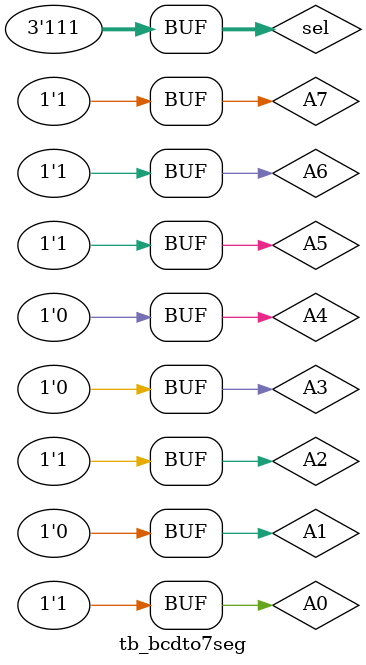
<source format=v>

`timescale 100ps/100ps

module tb_bcdto7seg;
reg  A0, A1, A2, A3, A4, A5, A6, A7;
reg [2:0] sel;
wire mux_out;


mux_8to1 U1 (
	.A0	(A0),
	.A1	(A1),
	.A2	(A2),
	.A3	(A3),
	.A4	(A4),
	.A5	(A5),
	.A6	(A6),
	.A7	(A7),
	.sel(sel),

	.mux_out(mux_out)
);

initial begin
	A0 <= 1'b1;
	A1 <= 1'b0;
	A2 <= 1'b1;
	A3 <= 1'b0;
	A4 <= 1'b0;
	A5 <= 1'b1;
	A6 <= 1'b1;
	A7 <= 1'b1;

	sel <= 3'b000;
	#3;
	sel <= 3'b001;
	#3;
	sel <= 3'b010;
	#3;
	sel <= 3'b011;
	#3;
	sel <= 3'b100;
	#3;
	sel <= 3'b101;
	#3;
	sel <= 3'b110;
	#3;
	sel <= 3'b111;
end


endmodule


</source>
